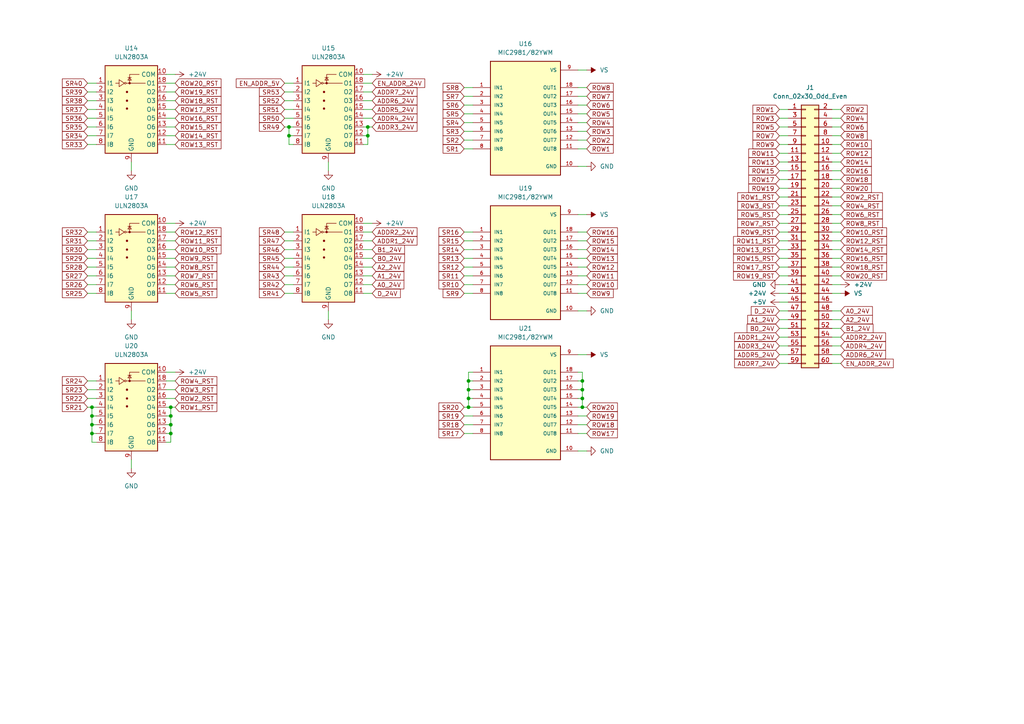
<source format=kicad_sch>
(kicad_sch (version 20211123) (generator eeschema)
  (paper "A4")
  (lib_symbols
    (symbol "Connector_Generic:Conn_02x30_Odd_Even" (pin_names (offset 1.016) hide)
      (property "Reference" "J" (at 1.27 38.1 0))
      (property "Value" "Conn_02x30_Odd_Even" (at 1.27 -40.64 0))
      (symbol "Conn_02x30_Odd_Even_1_1"
        (pin passive line (at -5.08 35.56 0) (length 3.81) (name "Pin_1") (number "1"))
        (pin passive line (at 7.62 25.4 180) (length 3.81) (name "Pin_10") (number "10"))
        (pin passive line (at -5.08 22.86 0) (length 3.81) (name "Pin_11") (number "11"))
        (pin passive line (at 7.62 22.86 180) (length 3.81) (name "Pin_12") (number "12"))
        (pin passive line (at -5.08 20.32 0) (length 3.81) (name "Pin_13") (number "13"))
        (pin passive line (at 7.62 20.32 180) (length 3.81) (name "Pin_14") (number "14"))
        (pin passive line (at -5.08 17.78 0) (length 3.81) (name "Pin_15") (number "15"))
        (pin passive line (at 7.62 17.78 180) (length 3.81) (name "Pin_16") (number "16"))
        (pin passive line (at -5.08 15.24 0) (length 3.81) (name "Pin_17") (number "17"))
        (pin passive line (at 7.62 15.24 180) (length 3.81) (name "Pin_18") (number "18"))
        (pin passive line (at -5.08 12.7 0) (length 3.81) (name "Pin_19") (number "19"))
        (pin passive line (at 7.62 35.56 180) (length 3.81) (name "Pin_2") (number "2"))
        (pin passive line (at 7.62 12.7 180) (length 3.81) (name "Pin_20") (number "20"))
        (pin passive line (at -5.08 10.16 0) (length 3.81) (name "Pin_21") (number "21"))
        (pin passive line (at 7.62 10.16 180) (length 3.81) (name "Pin_22") (number "22"))
        (pin passive line (at -5.08 7.62 0) (length 3.81) (name "Pin_23") (number "23"))
        (pin passive line (at 7.62 7.62 180) (length 3.81) (name "Pin_24") (number "24"))
        (pin passive line (at -5.08 5.08 0) (length 3.81) (name "Pin_25") (number "25"))
        (pin passive line (at 7.62 5.08 180) (length 3.81) (name "Pin_26") (number "26"))
        (pin passive line (at -5.08 2.54 0) (length 3.81) (name "Pin_27") (number "27"))
        (pin passive line (at 7.62 2.54 180) (length 3.81) (name "Pin_28") (number "28"))
        (pin passive line (at -5.08 0 0) (length 3.81) (name "Pin_29") (number "29"))
        (pin passive line (at -5.08 33.02 0) (length 3.81) (name "Pin_3") (number "3"))
        (pin passive line (at 7.62 0 180) (length 3.81) (name "Pin_30") (number "30"))
        (pin passive line (at -5.08 -2.54 0) (length 3.81) (name "Pin_31") (number "31"))
        (pin passive line (at 7.62 -2.54 180) (length 3.81) (name "Pin_32") (number "32"))
        (pin passive line (at -5.08 -5.08 0) (length 3.81) (name "Pin_33") (number "33"))
        (pin passive line (at 7.62 -5.08 180) (length 3.81) (name "Pin_34") (number "34"))
        (pin passive line (at -5.08 -7.62 0) (length 3.81) (name "Pin_35") (number "35"))
        (pin passive line (at 7.62 -7.62 180) (length 3.81) (name "Pin_36") (number "36"))
        (pin passive line (at -5.08 -10.16 0) (length 3.81) (name "Pin_37") (number "37"))
        (pin passive line (at 7.62 -10.16 180) (length 3.81) (name "Pin_38") (number "38"))
        (pin passive line (at -5.08 -12.7 0) (length 3.81) (name "Pin_39") (number "39"))
        (pin passive line (at 7.62 33.02 180) (length 3.81) (name "Pin_4") (number "4"))
        (pin passive line (at 7.62 -12.7 180) (length 3.81) (name "Pin_40") (number "40"))
        (pin passive line (at -5.08 -15.24 0) (length 3.81) (name "Pin_41") (number "41"))
        (pin passive line (at 7.62 -15.24 180) (length 3.81) (name "Pin_42") (number "42"))
        (pin passive line (at -5.08 -17.78 0) (length 3.81) (name "Pin_43") (number "43"))
        (pin passive line (at 7.62 -17.78 180) (length 3.81) (name "Pin_44") (number "44"))
        (pin passive line (at -5.08 -20.32 0) (length 3.81) (name "Pin_45") (number "45"))
        (pin passive line (at 7.62 -20.32 180) (length 3.81) (name "Pin_46") (number "46"))
        (pin passive line (at -5.08 -22.86 0) (length 3.81) (name "Pin_47") (number "47"))
        (pin passive line (at 7.62 -22.86 180) (length 3.81) (name "Pin_48") (number "48"))
        (pin passive line (at -5.08 -25.4 0) (length 3.81) (name "Pin_49") (number "49"))
        (pin passive line (at -5.08 30.48 0) (length 3.81) (name "Pin_5") (number "5"))
        (pin passive line (at 7.62 -25.4 180) (length 3.81) (name "Pin_50") (number "50"))
        (pin passive line (at -5.08 -27.94 0) (length 3.81) (name "Pin_51") (number "51"))
        (pin passive line (at 7.62 -27.94 180) (length 3.81) (name "Pin_52") (number "52"))
        (pin passive line (at -5.08 -30.48 0) (length 3.81) (name "Pin_53") (number "53"))
        (pin passive line (at 7.62 -30.48 180) (length 3.81) (name "Pin_54") (number "54"))
        (pin passive line (at -5.08 -33.02 0) (length 3.81) (name "Pin_55") (number "55"))
        (pin passive line (at 7.62 -33.02 180) (length 3.81) (name "Pin_56") (number "56"))
        (pin passive line (at -5.08 -35.56 0) (length 3.81) (name "Pin_57") (number "57"))
        (pin passive line (at 7.62 -35.56 180) (length 3.81) (name "Pin_58") (number "58"))
        (pin passive line (at -5.08 -38.1 0) (length 3.81) (name "Pin_59") (number "59"))
        (pin passive line (at 7.62 30.48 180) (length 3.81) (name "Pin_6") (number "6"))
        (pin passive line (at 7.62 -38.1 180) (length 3.81) (name "Pin_60") (number "60"))
        (pin passive line (at -5.08 27.94 0) (length 3.81) (name "Pin_7") (number "7"))
        (pin passive line (at 7.62 27.94 180) (length 3.81) (name "Pin_8") (number "8"))
        (pin passive line (at -5.08 25.4 0) (length 3.81) (name "Pin_9") (number "9"))
      )
    )
    (symbol "MIC2981_82YWM:MIC2981{slash}82YWM" (pin_names (offset 1.016))
      (property "Reference" "U" (at -10.16 18.542 0))
      (property "Value" "MIC2981{slash}82YWM" (at -10.16 -17.78 0))
      (symbol "MIC2981{slash}82YWM_0_0"
        (pin input line (at -15.24 10.16 0) (length 5.08) (name "IN1") (number "1"))
        (pin power_in line (at 15.24 -12.7 180) (length 5.08) (name "GND") (number "10"))
        (pin output line (at 15.24 -7.62 180) (length 5.08) (name "OUT8") (number "11"))
        (pin output line (at 15.24 -5.08 180) (length 5.08) (name "OUT7") (number "12"))
        (pin output line (at 15.24 -2.54 180) (length 5.08) (name "OUT6") (number "13"))
        (pin output line (at 15.24 0 180) (length 5.08) (name "OUT5") (number "14"))
        (pin output line (at 15.24 2.54 180) (length 5.08) (name "OUT4") (number "15"))
        (pin output line (at 15.24 5.08 180) (length 5.08) (name "OUT3") (number "16"))
        (pin output line (at 15.24 7.62 180) (length 5.08) (name "OUT2") (number "17"))
        (pin output line (at 15.24 10.16 180) (length 5.08) (name "OUT1") (number "18"))
        (pin input line (at -15.24 7.62 0) (length 5.08) (name "IN2") (number "2"))
        (pin input line (at -15.24 5.08 0) (length 5.08) (name "IN3") (number "3"))
        (pin input line (at -15.24 2.54 0) (length 5.08) (name "IN4") (number "4"))
        (pin input line (at -15.24 0 0) (length 5.08) (name "IN5") (number "5"))
        (pin input line (at -15.24 -2.54 0) (length 5.08) (name "IN6") (number "6"))
        (pin input line (at -15.24 -5.08 0) (length 5.08) (name "IN7") (number "7"))
        (pin input line (at -15.24 -7.62 0) (length 5.08) (name "IN8") (number "8"))
        (pin power_in line (at 15.24 15.24 180) (length 5.08) (name "VS") (number "9"))
      )
    )
    (symbol "Transistor_Array:ULN2803A"
      (property "Reference" "U" (at 0 13.335 0))
      (property "Value" "ULN2803A" (at 0 11.43 0))
      (symbol "ULN2803A_1_1"
        (pin input line (at -10.16 5.08 0) (length 2.54) (name "I1") (number "1"))
        (pin passive line (at 10.16 7.62 180) (length 2.54) (name "COM") (number "10"))
        (pin open_collector line (at 10.16 -12.7 180) (length 2.54) (name "O8") (number "11"))
        (pin open_collector line (at 10.16 -10.16 180) (length 2.54) (name "O7") (number "12"))
        (pin open_collector line (at 10.16 -7.62 180) (length 2.54) (name "O6") (number "13"))
        (pin open_collector line (at 10.16 -5.08 180) (length 2.54) (name "O5") (number "14"))
        (pin open_collector line (at 10.16 -2.54 180) (length 2.54) (name "O4") (number "15"))
        (pin open_collector line (at 10.16 0 180) (length 2.54) (name "O3") (number "16"))
        (pin open_collector line (at 10.16 2.54 180) (length 2.54) (name "O2") (number "17"))
        (pin open_collector line (at 10.16 5.08 180) (length 2.54) (name "O1") (number "18"))
        (pin input line (at -10.16 2.54 0) (length 2.54) (name "I2") (number "2"))
        (pin input line (at -10.16 0 0) (length 2.54) (name "I3") (number "3"))
        (pin input line (at -10.16 -2.54 0) (length 2.54) (name "I4") (number "4"))
        (pin input line (at -10.16 -5.08 0) (length 2.54) (name "I5") (number "5"))
        (pin input line (at -10.16 -7.62 0) (length 2.54) (name "I6") (number "6"))
        (pin input line (at -10.16 -10.16 0) (length 2.54) (name "I7") (number "7"))
        (pin input line (at -10.16 -12.7 0) (length 2.54) (name "I8") (number "8"))
        (pin power_in line (at 0 -17.78 90) (length 2.54) (name "GND") (number "9"))
      )
    )
    (symbol "power:+24V" (power) (pin_names (offset 0))
      (property "Value" "+24V" (at 0 3.556 0))
      (symbol "+24V_1_1"
        (pin power_in line (at 0 0 90) (length 0) hide (name "+24V") (number "1"))
      )
    )
    (symbol "power:+5V" (power) (pin_names (offset 0))
      (property "Value" "+5V" (at 0 3.556 0))
      (symbol "+5V_1_1"
        (pin power_in line (at 0 0 90) (length 0) hide (name "+5V") (number "1"))
      )
    )
    (symbol "power:GND" (power) (pin_names (offset 0))
      (property "Value" "GND" (at 0 -3.81 0))
      (symbol "GND_1_1"
        (pin power_in line (at 0 0 270) (length 0) hide (name "GND") (number "1"))
      )
    )
    (symbol "power:VS" (power) (pin_names (offset 0))
      (property "Value" "VS" (at 0 3.81 0))
      (symbol "VS_1_1"
        (pin power_in line (at 0 0 90) (length 0) hide (name "VS") (number "1"))
      )
    )
  )
  (junction (at 26.67 120.65))
  (junction (at 83.82 36.83))
  (junction (at 26.67 125.73))
  (junction (at 135.89 118.11))
  (junction (at 168.91 113.03))
  (junction (at 168.91 115.57))
  (junction (at 168.91 110.49))
  (junction (at 49.53 118.11))
  (junction (at 49.53 123.19))
  (junction (at 106.68 39.37))
  (junction (at 49.53 125.73))
  (junction (at 135.89 113.03))
  (junction (at 49.53 120.65))
  (junction (at 26.67 123.19))
  (junction (at 83.82 39.37))
  (junction (at 135.89 115.57))
  (junction (at 135.89 110.49))
  (junction (at 106.68 36.83))
  (junction (at 26.67 118.11))
  (junction (at 168.91 118.11))
  (wire (pts (xy 105.41 41.91) (xy 106.68 41.91)))
  (wire (pts (xy 243.84 100.33) (xy 241.3 100.33)))
  (wire (pts (xy 167.64 33.02) (xy 170.18 33.02)))
  (wire (pts (xy 134.62 72.39) (xy 137.16 72.39)))
  (wire (pts (xy 226.06 80.01) (xy 228.6 80.01)))
  (wire (pts (xy 25.4 24.13) (xy 27.94 24.13)))
  (wire (pts (xy 48.26 24.13) (xy 50.8 24.13)))
  (wire (pts (xy 38.1 46.99) (xy 38.1 49.53)))
  (wire (pts (xy 105.41 21.59) (xy 107.95 21.59)))
  (wire (pts (xy 48.26 41.91) (xy 50.8 41.91)))
  (wire (pts (xy 226.06 34.29) (xy 228.6 34.29)))
  (wire (pts (xy 134.62 40.64) (xy 137.16 40.64)))
  (wire (pts (xy 226.06 49.53) (xy 228.6 49.53)))
  (wire (pts (xy 167.64 120.65) (xy 170.18 120.65)))
  (wire (pts (xy 105.41 72.39) (xy 107.95 72.39)))
  (wire (pts (xy 105.41 39.37) (xy 106.68 39.37)))
  (wire (pts (xy 241.3 85.09) (xy 243.84 85.09)))
  (wire (pts (xy 134.62 43.18) (xy 137.16 43.18)))
  (wire (pts (xy 106.68 39.37) (xy 106.68 36.83)))
  (wire (pts (xy 25.4 39.37) (xy 27.94 39.37)))
  (wire (pts (xy 38.1 90.17) (xy 38.1 92.71)))
  (wire (pts (xy 226.06 74.93) (xy 228.6 74.93)))
  (wire (pts (xy 243.84 64.77) (xy 241.3 64.77)))
  (wire (pts (xy 134.62 125.73) (xy 137.16 125.73)))
  (wire (pts (xy 105.41 64.77) (xy 107.95 64.77)))
  (wire (pts (xy 25.4 67.31) (xy 27.94 67.31)))
  (wire (pts (xy 105.41 82.55) (xy 107.95 82.55)))
  (wire (pts (xy 226.06 44.45) (xy 228.6 44.45)))
  (wire (pts (xy 26.67 120.65) (xy 27.94 120.65)))
  (wire (pts (xy 48.26 107.95) (xy 50.8 107.95)))
  (wire (pts (xy 243.84 74.93) (xy 241.3 74.93)))
  (wire (pts (xy 105.41 80.01) (xy 107.95 80.01)))
  (wire (pts (xy 226.06 95.25) (xy 228.6 95.25)))
  (wire (pts (xy 226.06 92.71) (xy 228.6 92.71)))
  (wire (pts (xy 105.41 85.09) (xy 107.95 85.09)))
  (wire (pts (xy 243.84 52.07) (xy 241.3 52.07)))
  (wire (pts (xy 25.4 85.09) (xy 27.94 85.09)))
  (wire (pts (xy 25.4 34.29) (xy 27.94 34.29)))
  (wire (pts (xy 243.84 97.79) (xy 241.3 97.79)))
  (wire (pts (xy 226.06 54.61) (xy 228.6 54.61)))
  (wire (pts (xy 25.4 29.21) (xy 27.94 29.21)))
  (wire (pts (xy 134.62 80.01) (xy 137.16 80.01)))
  (wire (pts (xy 49.53 118.11) (xy 50.8 118.11)))
  (wire (pts (xy 243.84 72.39) (xy 241.3 72.39)))
  (wire (pts (xy 167.64 67.31) (xy 170.18 67.31)))
  (wire (pts (xy 48.26 31.75) (xy 50.8 31.75)))
  (wire (pts (xy 106.68 36.83) (xy 107.95 36.83)))
  (wire (pts (xy 226.06 90.17) (xy 228.6 90.17)))
  (wire (pts (xy 49.53 125.73) (xy 49.53 123.19)))
  (wire (pts (xy 135.89 113.03) (xy 135.89 110.49)))
  (wire (pts (xy 167.64 72.39) (xy 170.18 72.39)))
  (wire (pts (xy 226.06 67.31) (xy 228.6 67.31)))
  (wire (pts (xy 243.84 54.61) (xy 241.3 54.61)))
  (wire (pts (xy 135.89 113.03) (xy 137.16 113.03)))
  (wire (pts (xy 226.06 41.91) (xy 228.6 41.91)))
  (wire (pts (xy 48.26 110.49) (xy 50.8 110.49)))
  (wire (pts (xy 167.64 20.32) (xy 170.18 20.32)))
  (wire (pts (xy 105.41 69.85) (xy 107.95 69.85)))
  (wire (pts (xy 82.55 31.75) (xy 85.09 31.75)))
  (wire (pts (xy 82.55 74.93) (xy 85.09 74.93)))
  (wire (pts (xy 48.26 85.09) (xy 50.8 85.09)))
  (wire (pts (xy 82.55 24.13) (xy 85.09 24.13)))
  (wire (pts (xy 243.84 39.37) (xy 241.3 39.37)))
  (wire (pts (xy 167.64 62.23) (xy 170.18 62.23)))
  (wire (pts (xy 82.55 80.01) (xy 85.09 80.01)))
  (wire (pts (xy 25.4 80.01) (xy 27.94 80.01)))
  (wire (pts (xy 25.4 82.55) (xy 27.94 82.55)))
  (wire (pts (xy 134.62 30.48) (xy 137.16 30.48)))
  (wire (pts (xy 105.41 67.31) (xy 107.95 67.31)))
  (wire (pts (xy 226.06 85.09) (xy 228.6 85.09)))
  (wire (pts (xy 25.4 118.11) (xy 26.67 118.11)))
  (wire (pts (xy 82.55 36.83) (xy 83.82 36.83)))
  (wire (pts (xy 167.64 85.09) (xy 170.18 85.09)))
  (wire (pts (xy 48.26 72.39) (xy 50.8 72.39)))
  (wire (pts (xy 105.41 29.21) (xy 107.95 29.21)))
  (wire (pts (xy 134.62 123.19) (xy 137.16 123.19)))
  (wire (pts (xy 105.41 26.67) (xy 107.95 26.67)))
  (wire (pts (xy 243.84 34.29) (xy 241.3 34.29)))
  (wire (pts (xy 48.26 80.01) (xy 50.8 80.01)))
  (wire (pts (xy 226.06 59.69) (xy 228.6 59.69)))
  (wire (pts (xy 105.41 34.29) (xy 107.95 34.29)))
  (wire (pts (xy 26.67 123.19) (xy 26.67 125.73)))
  (wire (pts (xy 48.26 26.67) (xy 50.8 26.67)))
  (wire (pts (xy 135.89 118.11) (xy 135.89 115.57)))
  (wire (pts (xy 48.26 29.21) (xy 50.8 29.21)))
  (wire (pts (xy 105.41 77.47) (xy 107.95 77.47)))
  (wire (pts (xy 105.41 36.83) (xy 106.68 36.83)))
  (wire (pts (xy 167.64 82.55) (xy 170.18 82.55)))
  (wire (pts (xy 243.84 49.53) (xy 241.3 49.53)))
  (wire (pts (xy 226.06 102.87) (xy 228.6 102.87)))
  (wire (pts (xy 135.89 118.11) (xy 137.16 118.11)))
  (wire (pts (xy 49.53 123.19) (xy 49.53 120.65)))
  (wire (pts (xy 82.55 67.31) (xy 85.09 67.31)))
  (wire (pts (xy 25.4 110.49) (xy 27.94 110.49)))
  (wire (pts (xy 134.62 82.55) (xy 137.16 82.55)))
  (wire (pts (xy 167.64 48.26) (xy 170.18 48.26)))
  (wire (pts (xy 135.89 115.57) (xy 137.16 115.57)))
  (wire (pts (xy 105.41 74.93) (xy 107.95 74.93)))
  (wire (pts (xy 48.26 120.65) (xy 49.53 120.65)))
  (wire (pts (xy 226.06 100.33) (xy 228.6 100.33)))
  (wire (pts (xy 134.62 27.94) (xy 137.16 27.94)))
  (wire (pts (xy 82.55 34.29) (xy 85.09 34.29)))
  (wire (pts (xy 243.84 77.47) (xy 241.3 77.47)))
  (wire (pts (xy 25.4 77.47) (xy 27.94 77.47)))
  (wire (pts (xy 226.06 31.75) (xy 228.6 31.75)))
  (wire (pts (xy 226.06 72.39) (xy 228.6 72.39)))
  (wire (pts (xy 167.64 69.85) (xy 170.18 69.85)))
  (wire (pts (xy 82.55 26.67) (xy 85.09 26.67)))
  (wire (pts (xy 168.91 118.11) (xy 170.18 118.11)))
  (wire (pts (xy 48.26 39.37) (xy 50.8 39.37)))
  (wire (pts (xy 134.62 74.93) (xy 137.16 74.93)))
  (wire (pts (xy 26.67 125.73) (xy 26.67 128.27)))
  (wire (pts (xy 241.3 82.55) (xy 243.84 82.55)))
  (wire (pts (xy 26.67 120.65) (xy 26.67 123.19)))
  (wire (pts (xy 243.84 69.85) (xy 241.3 69.85)))
  (wire (pts (xy 167.64 113.03) (xy 168.91 113.03)))
  (wire (pts (xy 167.64 130.81) (xy 170.18 130.81)))
  (wire (pts (xy 135.89 110.49) (xy 137.16 110.49)))
  (wire (pts (xy 167.64 102.87) (xy 170.18 102.87)))
  (wire (pts (xy 226.06 62.23) (xy 228.6 62.23)))
  (wire (pts (xy 134.62 69.85) (xy 137.16 69.85)))
  (wire (pts (xy 243.84 44.45) (xy 241.3 44.45)))
  (wire (pts (xy 167.64 74.93) (xy 170.18 74.93)))
  (wire (pts (xy 243.84 59.69) (xy 241.3 59.69)))
  (wire (pts (xy 168.91 110.49) (xy 168.91 113.03)))
  (wire (pts (xy 134.62 38.1) (xy 137.16 38.1)))
  (wire (pts (xy 134.62 35.56) (xy 137.16 35.56)))
  (wire (pts (xy 167.64 123.19) (xy 170.18 123.19)))
  (wire (pts (xy 243.84 62.23) (xy 241.3 62.23)))
  (wire (pts (xy 243.84 41.91) (xy 241.3 41.91)))
  (wire (pts (xy 82.55 69.85) (xy 85.09 69.85)))
  (wire (pts (xy 83.82 39.37) (xy 83.82 36.83)))
  (wire (pts (xy 48.26 113.03) (xy 50.8 113.03)))
  (wire (pts (xy 49.53 128.27) (xy 49.53 125.73)))
  (wire (pts (xy 25.4 41.91) (xy 27.94 41.91)))
  (wire (pts (xy 49.53 120.65) (xy 49.53 118.11)))
  (wire (pts (xy 83.82 36.83) (xy 85.09 36.83)))
  (wire (pts (xy 82.55 29.21) (xy 85.09 29.21)))
  (wire (pts (xy 167.64 90.17) (xy 170.18 90.17)))
  (wire (pts (xy 134.62 67.31) (xy 137.16 67.31)))
  (wire (pts (xy 48.26 123.19) (xy 49.53 123.19)))
  (wire (pts (xy 226.06 87.63) (xy 228.6 87.63)))
  (wire (pts (xy 48.26 77.47) (xy 50.8 77.47)))
  (wire (pts (xy 226.06 39.37) (xy 228.6 39.37)))
  (wire (pts (xy 167.64 77.47) (xy 170.18 77.47)))
  (wire (pts (xy 226.06 105.41) (xy 228.6 105.41)))
  (wire (pts (xy 25.4 31.75) (xy 27.94 31.75)))
  (wire (pts (xy 48.26 128.27) (xy 49.53 128.27)))
  (wire (pts (xy 48.26 74.93) (xy 50.8 74.93)))
  (wire (pts (xy 226.06 52.07) (xy 228.6 52.07)))
  (wire (pts (xy 95.25 90.17) (xy 95.25 92.71)))
  (wire (pts (xy 105.41 24.13) (xy 107.95 24.13)))
  (wire (pts (xy 168.91 107.95) (xy 168.91 110.49)))
  (wire (pts (xy 167.64 107.95) (xy 168.91 107.95)))
  (wire (pts (xy 48.26 115.57) (xy 50.8 115.57)))
  (wire (pts (xy 25.4 36.83) (xy 27.94 36.83)))
  (wire (pts (xy 134.62 33.02) (xy 137.16 33.02)))
  (wire (pts (xy 48.26 34.29) (xy 50.8 34.29)))
  (wire (pts (xy 83.82 39.37) (xy 85.09 39.37)))
  (wire (pts (xy 26.67 118.11) (xy 27.94 118.11)))
  (wire (pts (xy 106.68 41.91) (xy 106.68 39.37)))
  (wire (pts (xy 168.91 113.03) (xy 168.91 115.57)))
  (wire (pts (xy 82.55 82.55) (xy 85.09 82.55)))
  (wire (pts (xy 226.06 46.99) (xy 228.6 46.99)))
  (wire (pts (xy 243.84 36.83) (xy 241.3 36.83)))
  (wire (pts (xy 134.62 118.11) (xy 135.89 118.11)))
  (wire (pts (xy 167.64 27.94) (xy 170.18 27.94)))
  (wire (pts (xy 83.82 41.91) (xy 83.82 39.37)))
  (wire (pts (xy 38.1 133.35) (xy 38.1 135.89)))
  (wire (pts (xy 243.84 31.75) (xy 241.3 31.75)))
  (wire (pts (xy 167.64 30.48) (xy 170.18 30.48)))
  (wire (pts (xy 25.4 113.03) (xy 27.94 113.03)))
  (wire (pts (xy 226.06 64.77) (xy 228.6 64.77)))
  (wire (pts (xy 135.89 110.49) (xy 135.89 107.95)))
  (wire (pts (xy 85.09 41.91) (xy 83.82 41.91)))
  (wire (pts (xy 26.67 125.73) (xy 27.94 125.73)))
  (wire (pts (xy 82.55 72.39) (xy 85.09 72.39)))
  (wire (pts (xy 134.62 77.47) (xy 137.16 77.47)))
  (wire (pts (xy 167.64 115.57) (xy 168.91 115.57)))
  (wire (pts (xy 82.55 85.09) (xy 85.09 85.09)))
  (wire (pts (xy 26.67 118.11) (xy 26.67 120.65)))
  (wire (pts (xy 167.64 125.73) (xy 170.18 125.73)))
  (wire (pts (xy 167.64 118.11) (xy 168.91 118.11)))
  (wire (pts (xy 243.84 57.15) (xy 241.3 57.15)))
  (wire (pts (xy 243.84 102.87) (xy 241.3 102.87)))
  (wire (pts (xy 167.64 40.64) (xy 170.18 40.64)))
  (wire (pts (xy 134.62 120.65) (xy 137.16 120.65)))
  (wire (pts (xy 167.64 25.4) (xy 170.18 25.4)))
  (wire (pts (xy 167.64 38.1) (xy 170.18 38.1)))
  (wire (pts (xy 243.84 67.31) (xy 241.3 67.31)))
  (wire (pts (xy 134.62 85.09) (xy 137.16 85.09)))
  (wire (pts (xy 243.84 46.99) (xy 241.3 46.99)))
  (wire (pts (xy 135.89 107.95) (xy 137.16 107.95)))
  (wire (pts (xy 226.06 97.79) (xy 228.6 97.79)))
  (wire (pts (xy 226.06 57.15) (xy 228.6 57.15)))
  (wire (pts (xy 48.26 67.31) (xy 50.8 67.31)))
  (wire (pts (xy 243.84 95.25) (xy 241.3 95.25)))
  (wire (pts (xy 27.94 128.27) (xy 26.67 128.27)))
  (wire (pts (xy 48.26 118.11) (xy 49.53 118.11)))
  (wire (pts (xy 48.26 125.73) (xy 49.53 125.73)))
  (wire (pts (xy 168.91 115.57) (xy 168.91 118.11)))
  (wire (pts (xy 243.84 90.17) (xy 241.3 90.17)))
  (wire (pts (xy 25.4 26.67) (xy 27.94 26.67)))
  (wire (pts (xy 134.62 25.4) (xy 137.16 25.4)))
  (wire (pts (xy 48.26 64.77) (xy 50.8 64.77)))
  (wire (pts (xy 135.89 115.57) (xy 135.89 113.03)))
  (wire (pts (xy 25.4 74.93) (xy 27.94 74.93)))
  (wire (pts (xy 25.4 69.85) (xy 27.94 69.85)))
  (wire (pts (xy 167.64 110.49) (xy 168.91 110.49)))
  (wire (pts (xy 48.26 82.55) (xy 50.8 82.55)))
  (wire (pts (xy 243.84 105.41) (xy 241.3 105.41)))
  (wire (pts (xy 226.06 69.85) (xy 228.6 69.85)))
  (wire (pts (xy 226.06 77.47) (xy 228.6 77.47)))
  (wire (pts (xy 167.64 43.18) (xy 170.18 43.18)))
  (wire (pts (xy 243.84 80.01) (xy 241.3 80.01)))
  (wire (pts (xy 25.4 72.39) (xy 27.94 72.39)))
  (wire (pts (xy 167.64 35.56) (xy 170.18 35.56)))
  (wire (pts (xy 48.26 69.85) (xy 50.8 69.85)))
  (wire (pts (xy 48.26 36.83) (xy 50.8 36.83)))
  (wire (pts (xy 48.26 21.59) (xy 50.8 21.59)))
  (wire (pts (xy 226.06 82.55) (xy 228.6 82.55)))
  (wire (pts (xy 105.41 31.75) (xy 107.95 31.75)))
  (wire (pts (xy 95.25 46.99) (xy 95.25 49.53)))
  (wire (pts (xy 25.4 115.57) (xy 27.94 115.57)))
  (wire (pts (xy 243.84 92.71) (xy 241.3 92.71)))
  (wire (pts (xy 26.67 123.19) (xy 27.94 123.19)))
  (wire (pts (xy 226.06 36.83) (xy 228.6 36.83)))
  (wire (pts (xy 82.55 77.47) (xy 85.09 77.47)))
  (wire (pts (xy 167.64 80.01) (xy 170.18 80.01)))
  (global_label "SR17" (shape input) (at 134.62 125.73 180) (property "Intersheet References" "${INTERSHEET_REFS}" (effects hide)))
  (global_label "ROW6" (shape input) (at 170.18 30.48 0) (property "Intersheet References" "${INTERSHEET_REFS}" (effects hide)))
  (global_label "ROW7_RST" (shape input) (at 50.8 80.01 0) (property "Intersheet References" "${INTERSHEET_REFS}" (effects hide)))
  (global_label "SR41" (shape input) (at 82.55 85.09 180) (property "Intersheet References" "${INTERSHEET_REFS}" (effects hide)))
  (global_label "ROW7" (shape input) (at 170.18 27.94 0) (property "Intersheet References" "${INTERSHEET_REFS}" (effects hide)))
  (global_label "ROW16" (shape input) (at 170.18 67.31 0) (property "Intersheet References" "${INTERSHEET_REFS}" (effects hide)))
  (global_label "ADDR4_24V" (shape input) (at 107.95 34.29 0) (property "Intersheet References" "${INTERSHEET_REFS}" (effects hide)))
  (global_label "SR6" (shape input) (at 134.62 30.48 180) (property "Intersheet References" "${INTERSHEET_REFS}" (effects hide)))
  (global_label "B1_24V" (shape input) (at 107.95 72.39 0) (property "Intersheet References" "${INTERSHEET_REFS}" (effects hide)))
  (global_label "ROW5_RST" (shape input) (at 50.8 85.09 0) (property "Intersheet References" "${INTERSHEET_REFS}" (effects hide)))
  (global_label "SR20" (shape input) (at 134.62 118.11 180) (property "Intersheet References" "${INTERSHEET_REFS}" (effects hide)))
  (global_label "SR7" (shape input) (at 134.62 27.94 180) (property "Intersheet References" "${INTERSHEET_REFS}" (effects hide)))
  (global_label "ROW9_RST" (shape input) (at 226.06 67.31 180) (property "Intersheet References" "${INTERSHEET_REFS}" (effects hide)))
  (global_label "SR30" (shape input) (at 25.4 72.39 180) (property "Intersheet References" "${INTERSHEET_REFS}" (effects hide)))
  (global_label "SR18" (shape input) (at 134.62 123.19 180) (property "Intersheet References" "${INTERSHEET_REFS}" (effects hide)))
  (global_label "ROW11_RST" (shape input) (at 50.8 69.85 0) (property "Intersheet References" "${INTERSHEET_REFS}" (effects hide)))
  (global_label "ROW11" (shape input) (at 170.18 80.01 0) (property "Intersheet References" "${INTERSHEET_REFS}" (effects hide)))
  (global_label "ROW12_RST" (shape input) (at 50.8 67.31 0) (property "Intersheet References" "${INTERSHEET_REFS}" (effects hide)))
  (global_label "ROW8_RST" (shape input) (at 50.8 77.47 0) (property "Intersheet References" "${INTERSHEET_REFS}" (effects hide)))
  (global_label "SR21" (shape input) (at 25.4 118.11 180) (property "Intersheet References" "${INTERSHEET_REFS}" (effects hide)))
  (global_label "SR35" (shape input) (at 25.4 36.83 180) (property "Intersheet References" "${INTERSHEET_REFS}" (effects hide)))
  (global_label "ROW16_RST" (shape input) (at 50.8 34.29 0) (property "Intersheet References" "${INTERSHEET_REFS}" (effects hide)))
  (global_label "SR1" (shape input) (at 134.62 43.18 180) (property "Intersheet References" "${INTERSHEET_REFS}" (effects hide)))
  (global_label "ROW15_RST" (shape input) (at 226.06 74.93 180) (property "Intersheet References" "${INTERSHEET_REFS}" (effects hide)))
  (global_label "ADDR2_24V" (shape input) (at 243.84 97.79 0) (property "Intersheet References" "${INTERSHEET_REFS}" (effects hide)))
  (global_label "ROW7" (shape input) (at 226.06 39.37 180) (property "Intersheet References" "${INTERSHEET_REFS}" (effects hide)))
  (global_label "EN_ADDR_24V" (shape input) (at 107.95 24.13 0) (property "Intersheet References" "${INTERSHEET_REFS}" (effects hide)))
  (global_label "ROW17_RST" (shape input) (at 50.8 31.75 0) (property "Intersheet References" "${INTERSHEET_REFS}" (effects hide)))
  (global_label "SR50" (shape input) (at 82.55 34.29 180) (property "Intersheet References" "${INTERSHEET_REFS}" (effects hide)))
  (global_label "ROW19" (shape input) (at 226.06 54.61 180) (property "Intersheet References" "${INTERSHEET_REFS}" (effects hide)))
  (global_label "ROW20_RST" (shape input) (at 50.8 24.13 0) (property "Intersheet References" "${INTERSHEET_REFS}" (effects hide)))
  (global_label "A2_24V" (shape input) (at 243.84 92.71 0) (property "Intersheet References" "${INTERSHEET_REFS}" (effects hide)))
  (global_label "SR37" (shape input) (at 25.4 31.75 180) (property "Intersheet References" "${INTERSHEET_REFS}" (effects hide)))
  (global_label "ROW20" (shape input) (at 170.18 118.11 0) (property "Intersheet References" "${INTERSHEET_REFS}" (effects hide)))
  (global_label "SR2" (shape input) (at 134.62 40.64 180) (property "Intersheet References" "${INTERSHEET_REFS}" (effects hide)))
  (global_label "ROW10" (shape input) (at 243.84 41.91 0) (property "Intersheet References" "${INTERSHEET_REFS}" (effects hide)))
  (global_label "SR11" (shape input) (at 134.62 80.01 180) (property "Intersheet References" "${INTERSHEET_REFS}" (effects hide)))
  (global_label "ROW13_RST" (shape input) (at 226.06 72.39 180) (property "Intersheet References" "${INTERSHEET_REFS}" (effects hide)))
  (global_label "SR47" (shape input) (at 82.55 69.85 180) (property "Intersheet References" "${INTERSHEET_REFS}" (effects hide)))
  (global_label "ROW6_RST" (shape input) (at 50.8 82.55 0) (property "Intersheet References" "${INTERSHEET_REFS}" (effects hide)))
  (global_label "ROW5" (shape input) (at 170.18 33.02 0) (property "Intersheet References" "${INTERSHEET_REFS}" (effects hide)))
  (global_label "SR16" (shape input) (at 134.62 67.31 180) (property "Intersheet References" "${INTERSHEET_REFS}" (effects hide)))
  (global_label "ROW18_RST" (shape input) (at 50.8 29.21 0) (property "Intersheet References" "${INTERSHEET_REFS}" (effects hide)))
  (global_label "SR51" (shape input) (at 82.55 31.75 180) (property "Intersheet References" "${INTERSHEET_REFS}" (effects hide)))
  (global_label "ADDR2_24V" (shape input) (at 107.95 67.31 0) (property "Intersheet References" "${INTERSHEET_REFS}" (effects hide)))
  (global_label "A0_24V" (shape input) (at 243.84 90.17 0) (property "Intersheet References" "${INTERSHEET_REFS}" (effects hide)))
  (global_label "SR28" (shape input) (at 25.4 77.47 180) (property "Intersheet References" "${INTERSHEET_REFS}" (effects hide)))
  (global_label "ROW20" (shape input) (at 243.84 54.61 0) (property "Intersheet References" "${INTERSHEET_REFS}" (effects hide)))
  (global_label "ROW13" (shape input) (at 170.18 74.93 0) (property "Intersheet References" "${INTERSHEET_REFS}" (effects hide)))
  (global_label "ROW7_RST" (shape input) (at 226.06 64.77 180) (property "Intersheet References" "${INTERSHEET_REFS}" (effects hide)))
  (global_label "ROW14_RST" (shape input) (at 243.84 72.39 0) (property "Intersheet References" "${INTERSHEET_REFS}" (effects hide)))
  (global_label "ROW4_RST" (shape input) (at 243.84 59.69 0) (property "Intersheet References" "${INTERSHEET_REFS}" (effects hide)))
  (global_label "ROW2_RST" (shape input) (at 50.8 115.57 0) (property "Intersheet References" "${INTERSHEET_REFS}" (effects hide)))
  (global_label "ADDR3_24V" (shape input) (at 107.95 36.83 0) (property "Intersheet References" "${INTERSHEET_REFS}" (effects hide)))
  (global_label "ADDR7_24V" (shape input) (at 226.06 105.41 180) (property "Intersheet References" "${INTERSHEET_REFS}" (effects hide)))
  (global_label "ROW19_RST" (shape input) (at 226.06 80.01 180) (property "Intersheet References" "${INTERSHEET_REFS}" (effects hide)))
  (global_label "ADDR6_24V" (shape input) (at 243.84 102.87 0) (property "Intersheet References" "${INTERSHEET_REFS}" (effects hide)))
  (global_label "SR13" (shape input) (at 134.62 74.93 180) (property "Intersheet References" "${INTERSHEET_REFS}" (effects hide)))
  (global_label "ROW9" (shape input) (at 170.18 85.09 0) (property "Intersheet References" "${INTERSHEET_REFS}" (effects hide)))
  (global_label "SR33" (shape input) (at 25.4 41.91 180) (property "Intersheet References" "${INTERSHEET_REFS}" (effects hide)))
  (global_label "SR15" (shape input) (at 134.62 69.85 180) (property "Intersheet References" "${INTERSHEET_REFS}" (effects hide)))
  (global_label "ROW17_RST" (shape input) (at 226.06 77.47 180) (property "Intersheet References" "${INTERSHEET_REFS}" (effects hide)))
  (global_label "SR12" (shape input) (at 134.62 77.47 180) (property "Intersheet References" "${INTERSHEET_REFS}" (effects hide)))
  (global_label "SR3" (shape input) (at 134.62 38.1 180) (property "Intersheet References" "${INTERSHEET_REFS}" (effects hide)))
  (global_label "ROW5" (shape input) (at 226.06 36.83 180) (property "Intersheet References" "${INTERSHEET_REFS}" (effects hide)))
  (global_label "ROW1" (shape input) (at 226.06 31.75 180) (property "Intersheet References" "${INTERSHEET_REFS}" (effects hide)))
  (global_label "ADDR6_24V" (shape input) (at 107.95 29.21 0) (property "Intersheet References" "${INTERSHEET_REFS}" (effects hide)))
  (global_label "SR5" (shape input) (at 134.62 33.02 180) (property "Intersheet References" "${INTERSHEET_REFS}" (effects hide)))
  (global_label "SR53" (shape input) (at 82.55 26.67 180) (property "Intersheet References" "${INTERSHEET_REFS}" (effects hide)))
  (global_label "SR39" (shape input) (at 25.4 26.67 180) (property "Intersheet References" "${INTERSHEET_REFS}" (effects hide)))
  (global_label "ROW3" (shape input) (at 170.18 38.1 0) (property "Intersheet References" "${INTERSHEET_REFS}" (effects hide)))
  (global_label "ROW5_RST" (shape input) (at 226.06 62.23 180) (property "Intersheet References" "${INTERSHEET_REFS}" (effects hide)))
  (global_label "ROW4_RST" (shape input) (at 50.8 110.49 0) (property "Intersheet References" "${INTERSHEET_REFS}" (effects hide)))
  (global_label "ROW12_RST" (shape input) (at 243.84 69.85 0) (property "Intersheet References" "${INTERSHEET_REFS}" (effects hide)))
  (global_label "SR48" (shape input) (at 82.55 67.31 180) (property "Intersheet References" "${INTERSHEET_REFS}" (effects hide)))
  (global_label "ROW17" (shape input) (at 226.06 52.07 180) (property "Intersheet References" "${INTERSHEET_REFS}" (effects hide)))
  (global_label "SR24" (shape input) (at 25.4 110.49 180) (property "Intersheet References" "${INTERSHEET_REFS}" (effects hide)))
  (global_label "ROW8" (shape input) (at 243.84 39.37 0) (property "Intersheet References" "${INTERSHEET_REFS}" (effects hide)))
  (global_label "EN_ADDR_24V" (shape input) (at 243.84 105.41 0) (property "Intersheet References" "${INTERSHEET_REFS}" (effects hide)))
  (global_label "SR43" (shape input) (at 82.55 80.01 180) (property "Intersheet References" "${INTERSHEET_REFS}" (effects hide)))
  (global_label "SR10" (shape input) (at 134.62 82.55 180) (property "Intersheet References" "${INTERSHEET_REFS}" (effects hide)))
  (global_label "ROW11_RST" (shape input) (at 226.06 69.85 180) (property "Intersheet References" "${INTERSHEET_REFS}" (effects hide)))
  (global_label "SR34" (shape input) (at 25.4 39.37 180) (property "Intersheet References" "${INTERSHEET_REFS}" (effects hide)))
  (global_label "SR38" (shape input) (at 25.4 29.21 180) (property "Intersheet References" "${INTERSHEET_REFS}" (effects hide)))
  (global_label "SR14" (shape input) (at 134.62 72.39 180) (property "Intersheet References" "${INTERSHEET_REFS}" (effects hide)))
  (global_label "ROW3" (shape input) (at 226.06 34.29 180) (property "Intersheet References" "${INTERSHEET_REFS}" (effects hide)))
  (global_label "ROW14_RST" (shape input) (at 50.8 39.37 0) (property "Intersheet References" "${INTERSHEET_REFS}" (effects hide)))
  (global_label "ROW10_RST" (shape input) (at 243.84 67.31 0) (property "Intersheet References" "${INTERSHEET_REFS}" (effects hide)))
  (global_label "ADDR5_24V" (shape input) (at 226.06 102.87 180) (property "Intersheet References" "${INTERSHEET_REFS}" (effects hide)))
  (global_label "SR9" (shape input) (at 134.62 85.09 180) (property "Intersheet References" "${INTERSHEET_REFS}" (effects hide)))
  (global_label "ROW2" (shape input) (at 243.84 31.75 0) (property "Intersheet References" "${INTERSHEET_REFS}" (effects hide)))
  (global_label "ROW15" (shape input) (at 226.06 49.53 180) (property "Intersheet References" "${INTERSHEET_REFS}" (effects hide)))
  (global_label "ROW19" (shape input) (at 170.18 120.65 0) (property "Intersheet References" "${INTERSHEET_REFS}" (effects hide)))
  (global_label "SR22" (shape input) (at 25.4 115.57 180) (property "Intersheet References" "${INTERSHEET_REFS}" (effects hide)))
  (global_label "SR23" (shape input) (at 25.4 113.03 180) (property "Intersheet References" "${INTERSHEET_REFS}" (effects hide)))
  (global_label "ROW3_RST" (shape input) (at 226.06 59.69 180) (property "Intersheet References" "${INTERSHEET_REFS}" (effects hide)))
  (global_label "ADDR1_24V" (shape input) (at 226.06 97.79 180) (property "Intersheet References" "${INTERSHEET_REFS}" (effects hide)))
  (global_label "ROW15_RST" (shape input) (at 50.8 36.83 0) (property "Intersheet References" "${INTERSHEET_REFS}" (effects hide)))
  (global_label "ROW10" (shape input) (at 170.18 82.55 0) (property "Intersheet References" "${INTERSHEET_REFS}" (effects hide)))
  (global_label "B0_24V" (shape input) (at 107.95 74.93 0) (property "Intersheet References" "${INTERSHEET_REFS}" (effects hide)))
  (global_label "ROW15" (shape input) (at 170.18 69.85 0) (property "Intersheet References" "${INTERSHEET_REFS}" (effects hide)))
  (global_label "B0_24V" (shape input) (at 226.06 95.25 180) (property "Intersheet References" "${INTERSHEET_REFS}" (effects hide)))
  (global_label "ROW3_RST" (shape input) (at 50.8 113.03 0) (property "Intersheet References" "${INTERSHEET_REFS}" (effects hide)))
  (global_label "ROW2_RST" (shape input) (at 243.84 57.15 0) (property "Intersheet References" "${INTERSHEET_REFS}" (effects hide)))
  (global_label "ADDR7_24V" (shape input) (at 107.95 26.67 0) (property "Intersheet References" "${INTERSHEET_REFS}" (effects hide)))
  (global_label "ROW10_RST" (shape input) (at 50.8 72.39 0) (property "Intersheet References" "${INTERSHEET_REFS}" (effects hide)))
  (global_label "SR29" (shape input) (at 25.4 74.93 180) (property "Intersheet References" "${INTERSHEET_REFS}" (effects hide)))
  (global_label "D_24V" (shape input) (at 226.06 90.17 180) (property "Intersheet References" "${INTERSHEET_REFS}" (effects hide)))
  (global_label "ROW11" (shape input) (at 226.06 44.45 180) (property "Intersheet References" "${INTERSHEET_REFS}" (effects hide)))
  (global_label "ADDR5_24V" (shape input) (at 107.95 31.75 0) (property "Intersheet References" "${INTERSHEET_REFS}" (effects hide)))
  (global_label "ADDR4_24V" (shape input) (at 243.84 100.33 0) (property "Intersheet References" "${INTERSHEET_REFS}" (effects hide)))
  (global_label "SR52" (shape input) (at 82.55 29.21 180) (property "Intersheet References" "${INTERSHEET_REFS}" (effects hide)))
  (global_label "ROW16" (shape input) (at 243.84 49.53 0) (property "Intersheet References" "${INTERSHEET_REFS}" (effects hide)))
  (global_label "SR36" (shape input) (at 25.4 34.29 180) (property "Intersheet References" "${INTERSHEET_REFS}" (effects hide)))
  (global_label "B1_24V" (shape input) (at 243.84 95.25 0) (property "Intersheet References" "${INTERSHEET_REFS}" (effects hide)))
  (global_label "ROW17" (shape input) (at 170.18 125.73 0) (property "Intersheet References" "${INTERSHEET_REFS}" (effects hide)))
  (global_label "ROW8" (shape input) (at 170.18 25.4 0) (property "Intersheet References" "${INTERSHEET_REFS}" (effects hide)))
  (global_label "ROW8_RST" (shape input) (at 243.84 64.77 0) (property "Intersheet References" "${INTERSHEET_REFS}" (effects hide)))
  (global_label "SR26" (shape input) (at 25.4 82.55 180) (property "Intersheet References" "${INTERSHEET_REFS}" (effects hide)))
  (global_label "A1_24V" (shape input) (at 107.95 80.01 0) (property "Intersheet References" "${INTERSHEET_REFS}" (effects hide)))
  (global_label "ADDR3_24V" (shape input) (at 226.06 100.33 180) (property "Intersheet References" "${INTERSHEET_REFS}" (effects hide)))
  (global_label "ROW16_RST" (shape input) (at 243.84 74.93 0) (property "Intersheet References" "${INTERSHEET_REFS}" (effects hide)))
  (global_label "SR42" (shape input) (at 82.55 82.55 180) (property "Intersheet References" "${INTERSHEET_REFS}" (effects hide)))
  (global_label "SR40" (shape input) (at 25.4 24.13 180) (property "Intersheet References" "${INTERSHEET_REFS}" (effects hide)))
  (global_label "ROW1_RST" (shape input) (at 50.8 118.11 0) (property "Intersheet References" "${INTERSHEET_REFS}" (effects hide)))
  (global_label "SR44" (shape input) (at 82.55 77.47 180) (property "Intersheet References" "${INTERSHEET_REFS}" (effects hide)))
  (global_label "ROW2" (shape input) (at 170.18 40.64 0) (property "Intersheet References" "${INTERSHEET_REFS}" (effects hide)))
  (global_label "SR8" (shape input) (at 134.62 25.4 180) (property "Intersheet References" "${INTERSHEET_REFS}" (effects hide)))
  (global_label "ROW4" (shape input) (at 243.84 34.29 0) (property "Intersheet References" "${INTERSHEET_REFS}" (effects hide)))
  (global_label "ROW4" (shape input) (at 170.18 35.56 0) (property "Intersheet References" "${INTERSHEET_REFS}" (effects hide)))
  (global_label "ROW13_RST" (shape input) (at 50.8 41.91 0) (property "Intersheet References" "${INTERSHEET_REFS}" (effects hide)))
  (global_label "SR27" (shape input) (at 25.4 80.01 180) (property "Intersheet References" "${INTERSHEET_REFS}" (effects hide)))
  (global_label "ROW19_RST" (shape input) (at 50.8 26.67 0) (property "Intersheet References" "${INTERSHEET_REFS}" (effects hide)))
  (global_label "ROW1_RST" (shape input) (at 226.06 57.15 180) (property "Intersheet References" "${INTERSHEET_REFS}" (effects hide)))
  (global_label "SR19" (shape input) (at 134.62 120.65 180) (property "Intersheet References" "${INTERSHEET_REFS}" (effects hide)))
  (global_label "ROW6_RST" (shape input) (at 243.84 62.23 0) (property "Intersheet References" "${INTERSHEET_REFS}" (effects hide)))
  (global_label "ROW14" (shape input) (at 243.84 46.99 0) (property "Intersheet References" "${INTERSHEET_REFS}" (effects hide)))
  (global_label "ROW9_RST" (shape input) (at 50.8 74.93 0) (property "Intersheet References" "${INTERSHEET_REFS}" (effects hide)))
  (global_label "A1_24V" (shape input) (at 226.06 92.71 180) (property "Intersheet References" "${INTERSHEET_REFS}" (effects hide)))
  (global_label "ADDR1_24V" (shape input) (at 107.95 69.85 0) (property "Intersheet References" "${INTERSHEET_REFS}" (effects hide)))
  (global_label "SR45" (shape input) (at 82.55 74.93 180) (property "Intersheet References" "${INTERSHEET_REFS}" (effects hide)))
  (global_label "ROW18_RST" (shape input) (at 243.84 77.47 0) (property "Intersheet References" "${INTERSHEET_REFS}" (effects hide)))
  (global_label "ROW12" (shape input) (at 243.84 44.45 0) (property "Intersheet References" "${INTERSHEET_REFS}" (effects hide)))
  (global_label "EN_ADDR_5V" (shape input) (at 82.55 24.13 180) (property "Intersheet References" "${INTERSHEET_REFS}" (effects hide)))
  (global_label "ROW20_RST" (shape input) (at 243.84 80.01 0) (property "Intersheet References" "${INTERSHEET_REFS}" (effects hide)))
  (global_label "ROW1" (shape input) (at 170.18 43.18 0) (property "Intersheet References" "${INTERSHEET_REFS}" (effects hide)))
  (global_label "ROW18" (shape input) (at 170.18 123.19 0) (property "Intersheet References" "${INTERSHEET_REFS}" (effects hide)))
  (global_label "ROW6" (shape input) (at 243.84 36.83 0) (property "Intersheet References" "${INTERSHEET_REFS}" (effects hide)))
  (global_label "SR49" (shape input) (at 82.55 36.83 180) (property "Intersheet References" "${INTERSHEET_REFS}" (effects hide)))
  (global_label "A0_24V" (shape input) (at 107.95 82.55 0) (property "Intersheet References" "${INTERSHEET_REFS}" (effects hide)))
  (global_label "ROW14" (shape input) (at 170.18 72.39 0) (property "Intersheet References" "${INTERSHEET_REFS}" (effects hide)))
  (global_label "SR31" (shape input) (at 25.4 69.85 180) (property "Intersheet References" "${INTERSHEET_REFS}" (effects hide)))
  (global_label "ROW13" (shape input) (at 226.06 46.99 180) (property "Intersheet References" "${INTERSHEET_REFS}" (effects hide)))
  (global_label "ROW9" (shape input) (at 226.06 41.91 180) (property "Intersheet References" "${INTERSHEET_REFS}" (effects hide)))
  (global_label "SR46" (shape input) (at 82.55 72.39 180) (property "Intersheet References" "${INTERSHEET_REFS}" (effects hide)))
  (global_label "A2_24V" (shape input) (at 107.95 77.47 0) (property "Intersheet References" "${INTERSHEET_REFS}" (effects hide)))
  (global_label "SR4" (shape input) (at 134.62 35.56 180) (property "Intersheet References" "${INTERSHEET_REFS}" (effects hide)))
  (global_label "ROW18" (shape input) (at 243.84 52.07 0) (property "Intersheet References" "${INTERSHEET_REFS}" (effects hide)))
  (global_label "SR32" (shape input) (at 25.4 67.31 180) (property "Intersheet References" "${INTERSHEET_REFS}" (effects hide)))
  (global_label "SR25" (shape input) (at 25.4 85.09 180) (property "Intersheet References" "${INTERSHEET_REFS}" (effects hide)))
  (global_label "ROW12" (shape input) (at 170.18 77.47 0) (property "Intersheet References" "${INTERSHEET_REFS}" (effects hide)))
  (global_label "D_24V" (shape input) (at 107.95 85.09 0) (property "Intersheet References" "${INTERSHEET_REFS}" (effects hide)))
  (symbol (lib_id "power:GND") (at 38.1 135.89 0) (unit 1)
    (property "Reference" "#PWR055" (effects hide))
    (property "Value" "GND" (at 38.1 140.97 0))
  )
  (symbol (lib_id "power:GND") (at 95.25 92.71 0) (unit 1)
    (property "Reference" "#PWR048" (effects hide))
    (property "Value" "GND" (at 95.25 97.79 0))
  )
  (symbol (lib_id "MIC2981_82YWM:MIC2981{slash}82YWM") (at 152.4 118.11 0) (unit 1)
    (property "Reference" "U21" (at 152.4 95.25 0))
    (property "Value" "MIC2981/82YWM" (at 152.4 97.79 0))
    (property "Footprint" "Package_SO:SOP-18_7x12.5mm_P1.27mm" (effects hide))
    (property "E_MAX" "10.363" (effects hide))
    (property "MANUFACTURER" "Microchip" (effects hide))
    (property "ENOM" "1.27" (effects hide))
    (property "E_NOM" "10.313" (effects hide))
    (property "D_NOM" "11.608" (effects hide))
    (property "B_MAX" "0.4064" (effects hide))
    (property "A_NOM" "2.616" (effects hide))
    (property "B_MIN" "0.4064" (effects hide))
    (property "PIN_COUNT" "18.0" (effects hide))
    (property "D2_MAX" "0.0" (effects hide))
    (property "E_MIN" "10.262" (effects hide))
    (property "STANDARD" "IPC 7351B" (effects hide))
    (property "A1_MIN" "0.1" (effects hide))
    (property "L_MAX" "0.813" (effects hide))
    (property "E2_MAX" "0.0" (effects hide))
    (property "A_MIN" "2.616" (effects hide))
    (property "D_MIN" "11.557" (effects hide))
    (property "E1_MIN" "7.544" (effects hide))
    (property "A_MAX" "2.616" (effects hide))
    (property "B_NOM" "0.406" (effects hide))
    (property "L_NOM" "0.813" (effects hide))
    (property "MAXIMUM_PACKAGE_HEIGHT" "2.616mm" (effects hide))
    (property "E1_MAX" "7.645" (effects hide))
    (property "D_MAX" "11.659" (effects hide))
    (property "PARTREV" "June 2005" (effects hide))
    (property "E1_NOM" "7.595" (effects hide))
    (property "L_MIN" "0.813" (effects hide))
  )
  (symbol (lib_id "power:+24V") (at 50.8 107.95 270) (unit 1)
    (property "Reference" "#PWR053" (effects hide))
    (property "Value" "+24V" (at 54.61 107.9499 90) (effects (justify left)))
  )
  (symbol (lib_id "power:+24V") (at 226.06 85.09 90) (unit 1)
    (property "Reference" "#PWR041" (effects hide))
    (property "Value" "+24V" (at 222.25 85.0899 90) (effects (justify left)))
  )
  (symbol (lib_id "Transistor_Array:ULN2803A") (at 95.25 72.39 0) (unit 1)
    (property "Reference" "U18" (at 95.25 57.15 0))
    (property "Value" "ULN2803A" (at 95.25 59.69 0))
    (property "Footprint" "Package_SO:SOIC-18W_7.5x11.6mm_P1.27mm" (effects hide))
    (property "Datasheet" "http://www.ti.com/lit/ds/symlink/uln2803a.pdf" (effects hide))
    (property "LCSC" "C845537" (effects hide))
  )
  (symbol (lib_id "power:GND") (at 226.06 82.55 270) (unit 1)
    (property "Reference" "#PWR038" (effects hide))
    (property "Value" "GND" (at 222.25 82.5499 90) (effects (justify right)))
  )
  (symbol (lib_id "Transistor_Array:ULN2803A") (at 95.25 29.21 0) (unit 1)
    (property "Reference" "U15" (at 95.25 13.97 0))
    (property "Value" "ULN2803A" (at 95.25 16.51 0))
    (property "Footprint" "Package_SO:SOIC-18W_7.5x11.6mm_P1.27mm" (effects hide))
    (property "Datasheet" "http://www.ti.com/lit/ds/symlink/uln2803a.pdf" (effects hide))
    (property "LCSC" "C845537" (effects hide))
  )
  (symbol (lib_id "MIC2981_82YWM:MIC2981{slash}82YWM") (at 152.4 35.56 0) (unit 1)
    (property "Reference" "U16" (at 152.4 12.7 0))
    (property "Value" "MIC2981/82YWM" (at 152.4 15.24 0))
    (property "Footprint" "Package_SO:SOP-18_7x12.5mm_P1.27mm" (effects hide))
    (property "E_MAX" "10.363" (effects hide))
    (property "MANUFACTURER" "Microchip" (effects hide))
    (property "ENOM" "1.27" (effects hide))
    (property "E_NOM" "10.313" (effects hide))
    (property "D_NOM" "11.608" (effects hide))
    (property "B_MAX" "0.4064" (effects hide))
    (property "A_NOM" "2.616" (effects hide))
    (property "B_MIN" "0.4064" (effects hide))
    (property "PIN_COUNT" "18.0" (effects hide))
    (property "D2_MAX" "0.0" (effects hide))
    (property "E_MIN" "10.262" (effects hide))
    (property "STANDARD" "IPC 7351B" (effects hide))
    (property "A1_MIN" "0.1" (effects hide))
    (property "L_MAX" "0.813" (effects hide))
    (property "E2_MAX" "0.0" (effects hide))
    (property "A_MIN" "2.616" (effects hide))
    (property "D_MIN" "11.557" (effects hide))
    (property "E1_MIN" "7.544" (effects hide))
    (property "A_MAX" "2.616" (effects hide))
    (property "B_NOM" "0.406" (effects hide))
    (property "L_NOM" "0.813" (effects hide))
    (property "MAXIMUM_PACKAGE_HEIGHT" "2.616mm" (effects hide))
    (property "E1_MAX" "7.645" (effects hide))
    (property "D_MAX" "11.659" (effects hide))
    (property "PARTREV" "June 2005" (effects hide))
    (property "E1_NOM" "7.595" (effects hide))
    (property "L_MIN" "0.813" (effects hide))
  )
  (symbol (lib_id "power:GND") (at 170.18 90.17 90) (unit 1)
    (property "Reference" "#PWR046" (effects hide))
    (property "Value" "GND" (at 173.99 90.1699 90) (effects (justify right)))
  )
  (symbol (lib_id "power:+24V") (at 107.95 64.77 270) (unit 1)
    (property "Reference" "#PWR037" (effects hide))
    (property "Value" "+24V" (at 111.76 64.7699 90) (effects (justify left)))
  )
  (symbol (lib_id "Connector_Generic:Conn_02x30_Odd_Even") (at 233.68 67.31 0) (unit 1)
    (property "Reference" "J1" (at 234.95 25.4 0))
    (property "Value" "Conn_02x30_Odd_Even" (at 234.95 27.94 0))
    (property "Footprint" "Connector_IDC:IDC-Header_2x30-1MP_P2.54mm_Latch_Vertical" (effects hide))
  )
  (symbol (lib_id "power:GND") (at 38.1 92.71 0) (unit 1)
    (property "Reference" "#PWR047" (effects hide))
    (property "Value" "GND" (at 38.1 97.79 0))
  )
  (symbol (lib_id "Transistor_Array:ULN2803A") (at 38.1 115.57 0) (unit 1)
    (property "Reference" "U20" (at 38.1 100.33 0))
    (property "Value" "ULN2803A" (at 38.1 102.87 0))
    (property "Footprint" "Package_SO:SOIC-18W_7.5x11.6mm_P1.27mm" (effects hide))
    (property "Datasheet" "http://www.ti.com/lit/ds/symlink/uln2803a.pdf" (effects hide))
    (property "LCSC" "C845537" (effects hide))
  )
  (symbol (lib_id "power:+24V") (at 107.95 21.59 270) (unit 1)
    (property "Reference" "#PWR030" (effects hide))
    (property "Value" "+24V" (at 111.76 21.5899 90) (effects (justify left)))
  )
  (symbol (lib_id "power:+24V") (at 50.8 64.77 270) (unit 1)
    (property "Reference" "#PWR036" (effects hide))
    (property "Value" "+24V" (at 54.61 64.7699 90) (effects (justify left)))
  )
  (symbol (lib_id "power:VS") (at 170.18 102.87 270) (unit 1)
    (property "Reference" "#PWR052" (effects hide))
    (property "Value" "VS" (at 173.99 102.8699 90) (effects (justify left)))
  )
  (symbol (lib_id "power:+24V") (at 243.84 82.55 270) (unit 1)
    (property "Reference" "#PWR040" (effects hide))
    (property "Value" "+24V" (at 247.65 82.5499 90) (effects (justify left)))
  )
  (symbol (lib_id "power:GND") (at 38.1 49.53 0) (unit 1)
    (property "Reference" "#PWR032" (effects hide))
    (property "Value" "GND" (at 38.1 54.61 0))
  )
  (symbol (lib_id "Transistor_Array:ULN2803A") (at 38.1 29.21 0) (unit 1)
    (property "Reference" "U14" (at 38.1 13.97 0))
    (property "Value" "ULN2803A" (at 38.1 16.51 0))
    (property "Footprint" "Package_SO:SOIC-18W_7.5x11.6mm_P1.27mm" (effects hide))
    (property "Datasheet" "http://www.ti.com/lit/ds/symlink/uln2803a.pdf" (effects hide))
    (property "LCSC" "C845537" (effects hide))
  )
  (symbol (lib_id "Transistor_Array:ULN2803A") (at 38.1 72.39 0) (unit 1)
    (property "Reference" "U17" (at 38.1 57.15 0))
    (property "Value" "ULN2803A" (at 38.1 59.69 0))
    (property "Footprint" "Package_SO:SOIC-18W_7.5x11.6mm_P1.27mm" (effects hide))
    (property "Datasheet" "http://www.ti.com/lit/ds/symlink/uln2803a.pdf" (effects hide))
    (property "LCSC" "C845537" (effects hide))
  )
  (symbol (lib_id "MIC2981_82YWM:MIC2981{slash}82YWM") (at 152.4 77.47 0) (unit 1)
    (property "Reference" "U19" (at 152.4 54.61 0))
    (property "Value" "MIC2981/82YWM" (at 152.4 57.15 0))
    (property "Footprint" "Package_SO:SOP-18_7x12.5mm_P1.27mm" (effects hide))
    (property "E_MAX" "10.363" (effects hide))
    (property "MANUFACTURER" "Microchip" (effects hide))
    (property "ENOM" "1.27" (effects hide))
    (property "E_NOM" "10.313" (effects hide))
    (property "D_NOM" "11.608" (effects hide))
    (property "B_MAX" "0.4064" (effects hide))
    (property "A_NOM" "2.616" (effects hide))
    (property "B_MIN" "0.4064" (effects hide))
    (property "PIN_COUNT" "18.0" (effects hide))
    (property "D2_MAX" "0.0" (effects hide))
    (property "E_MIN" "10.262" (effects hide))
    (property "STANDARD" "IPC 7351B" (effects hide))
    (property "A1_MIN" "0.1" (effects hide))
    (property "L_MAX" "0.813" (effects hide))
    (property "E2_MAX" "0.0" (effects hide))
    (property "A_MIN" "2.616" (effects hide))
    (property "D_MIN" "11.557" (effects hide))
    (property "E1_MIN" "7.544" (effects hide))
    (property "A_MAX" "2.616" (effects hide))
    (property "B_NOM" "0.406" (effects hide))
    (property "L_NOM" "0.813" (effects hide))
    (property "MAXIMUM_PACKAGE_HEIGHT" "2.616mm" (effects hide))
    (property "E1_MAX" "7.645" (effects hide))
    (property "D_MAX" "11.659" (effects hide))
    (property "PARTREV" "June 2005" (effects hide))
    (property "E1_NOM" "7.595" (effects hide))
    (property "L_MIN" "0.813" (effects hide))
  )
  (symbol (lib_id "power:GND") (at 170.18 130.81 90) (unit 1)
    (property "Reference" "#PWR054" (effects hide))
    (property "Value" "GND" (at 173.99 130.8099 90) (effects (justify right)))
  )
  (symbol (lib_id "power:VS") (at 243.84 85.09 270) (unit 1)
    (property "Reference" "#PWR043" (effects hide))
    (property "Value" "VS" (at 247.65 85.0899 90) (effects (justify left)))
  )
  (symbol (lib_id "power:VS") (at 170.18 20.32 270) (unit 1)
    (property "Reference" "#PWR027" (effects hide))
    (property "Value" "VS" (at 173.99 20.3199 90) (effects (justify left)))
  )
  (symbol (lib_id "power:VS") (at 170.18 62.23 270) (unit 1)
    (property "Reference" "#PWR035" (effects hide))
    (property "Value" "VS" (at 173.99 62.2299 90) (effects (justify left)))
  )
  (symbol (lib_id "power:+24V") (at 50.8 21.59 270) (unit 1)
    (property "Reference" "#PWR028" (effects hide))
    (property "Value" "+24V" (at 54.61 21.5899 90) (effects (justify left)))
  )
  (symbol (lib_id "power:GND") (at 170.18 48.26 90) (unit 1)
    (property "Reference" "#PWR031" (effects hide))
    (property "Value" "GND" (at 173.99 48.2599 90) (effects (justify right)))
  )
  (symbol (lib_id "power:GND") (at 95.25 49.53 0) (unit 1)
    (property "Reference" "#PWR033" (effects hide))
    (property "Value" "GND" (at 95.25 54.61 0))
  )
  (symbol (lib_id "power:+5V") (at 226.06 87.63 90) (unit 1)
    (property "Reference" "#PWR044" (effects hide))
    (property "Value" "+5V" (at 222.25 87.6299 90) (effects (justify left)))
  )
)
</source>
